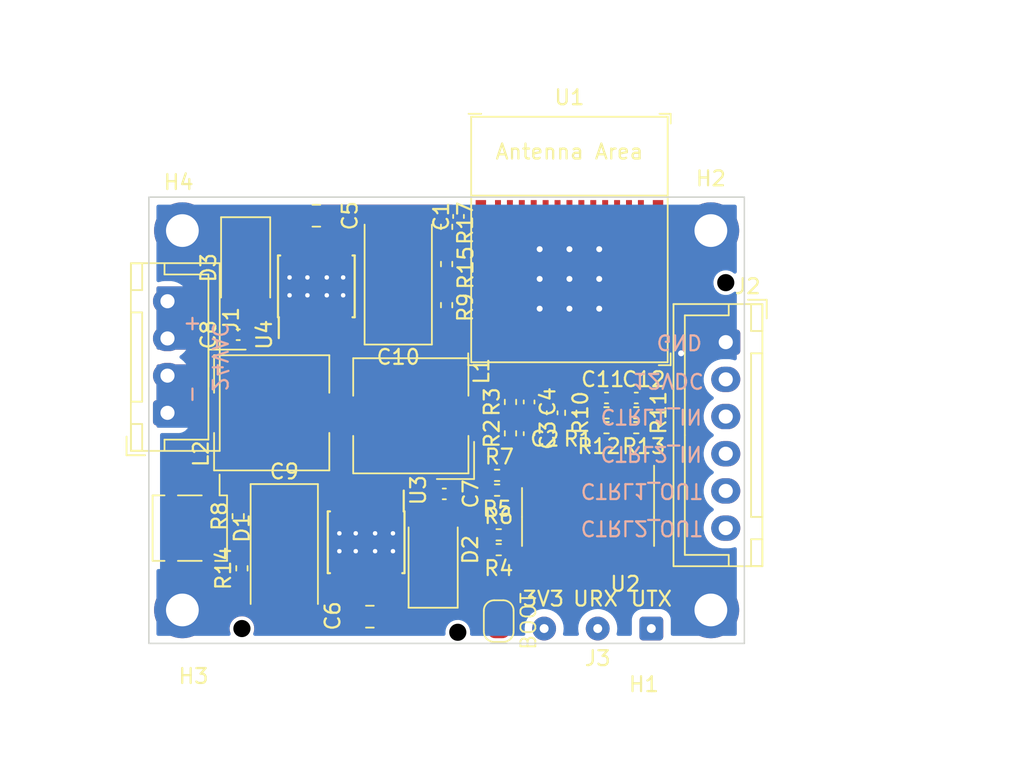
<source format=kicad_pcb>
(kicad_pcb (version 20211014) (generator pcbnew)
  (layers (0 "F.Cu" signal) (31 "B.Cu" signal) (34 "B.Paste" user) (35 "F.Paste" user) (36 "B.SilkS" user "B.Silkscreen") (37 "F.SilkS" user "F.Silkscreen") (38 "B.Mask" user) (39 "F.Mask" user) (44 "Edge.Cuts" user))
  (net 0 "")
  (net 1 "+3V3")
  (net 2 "+12V")
  (net 3 "GND")
  (net 4 "Net-(C8-Pad1)")
  (net 5 "Net-(C3-Pad1)")
  (net 6 "/ADC1")
  (net 7 "/ADC2")
  (net 8 "Net-(C4-Pad1)")
  (net 9 "Net-(C7-Pad1)")
  (net 10 "-24VA")
  (net 11 "/PH12")
  (net 15 "+24VA")
  (net 16 "/PWM1")
  (net 17 "/PWM2")
  (net 18 "/PH33")
  (net 19 "/UART_TX")
  (net 20 "/UART_RX")
  (net 21 "Net-(C2-Pad1)")
  (net 22 "Net-(JP1-Pad1)")
  (net 23 "/CTRL1_OUT")
  (net 24 "Net-(R4-Pad1)")
  (net 25 "/CTRL2_OUT")
  (net 26 "/CTRL2_IN")
  (net 27 "/CTRL1_IN")
  (net 28 "Net-(R5-Pad1)")
  (net 29 "Net-(R14-Pad2)")
  (net 30 "Net-(R15-Pad2)")
  (net 31 "Net-(R10-Pad1)")
  (net 32 "Net-(R11-Pad1)")
  (net 34 "Net-(R15-Pad1)")
  (net 59 "Net-(C5-Pad1)")
  (footprint "Capacitor_SMD:C_0402_1005Metric" (layer "F.Cu") (at 113.8 87.8 90)
    (fp_text reference "C1" (at 0 -1.16 90) (layer "F.SilkS"))
    (fp_text value "0.01uF/16V")
    (pad "1" smd roundrect (at -0.48 0 90) (size 0.56 0.62) (layers "F.Cu" "F.Paste" "F.Mask") (net 1 "+3V3"))
    (pad "2" smd roundrect (at 0.48 0 90) (size 0.56 0.62) (layers "F.Cu" "F.Paste" "F.Mask") (net 3 "GND"))
  )
  (footprint "Resistor_SMD:R_0402_1005Metric" (layer "F.Cu") (at 116.5 110.2 180)
    (fp_text reference "R4" (at 0 -1.25) (layer "F.SilkS"))
    (fp_text value "33k")
    (pad "1" smd roundrect (at -0.51 0 180) (size 0.54 0.64) (layers "F.Cu" "F.Paste" "F.Mask") (net 24 "Net-(R4-Pad1)"))
    (pad "2" smd roundrect (at 0.51 0 180) (size 0.54 0.64) (layers "F.Cu" "F.Paste" "F.Mask") (net 3 "GND"))
  )
  (footprint "Capacitor_SMD:C_0402_1005Metric" (layer "F.Cu") (at 120.09 101 -90)
    (fp_text reference "C2" (at 1.75 0.5) (layer "F.SilkS"))
    (fp_text value "1uF/5V")
    (pad "1" smd roundrect (at -0.48 0 270) (size 0.56 0.62) (layers "F.Cu" "F.Paste" "F.Mask") (net 21 "Net-(C2-Pad1)"))
    (pad "2" smd roundrect (at 0.48 0 270) (size 0.56 0.62) (layers "F.Cu" "F.Paste" "F.Mask") (net 3 "GND"))
  )
  (footprint "Jumper:SolderJumper-2_P1.3mm_Open_RoundedPad1.0x1.5mm" (layer "F.Cu") (at 116.5 115 90)
    (fp_text reference "JP1")
    (fp_text value "BOOT" (at 0 2 90) (layer "F.SilkS") (effects (font (thickness 0.125))))
    (pad "1" smd custom (at -0.65 0 90) (size 1 0.5) (layers "F.Cu" "F.Mask") (net 22 "Net-(JP1-Pad1)") (options (clearance outline) (anchor rect)) (primitives (gr_circle (center 0 0.25) (end 0.5 0.25) (width 0) (fill yes)) (gr_circle (center 0 -0.25) (end 0.5 -0.25) (width 0) (fill yes)) (gr_poly (pts (xy 0.5 0.75) (xy 0 0.75) (xy 0 -0.75) (xy 0.5 -0.75)) (width 0) (fill yes))))
    (pad "2" smd custom (at 0.65 0 90) (size 1 0.5) (layers "F.Cu" "F.Mask") (net 3 "GND") (options (clearance outline) (anchor rect)) (primitives (gr_circle (center 0 0.25) (end 0.5 0.25) (width 0) (fill yes)) (gr_circle (center 0 -0.25) (end 0.5 -0.25) (width 0) (fill yes)) (gr_poly (pts (xy 0 0.75) (xy -0.5 0.75) (xy -0.5 -0.75) (xy 0 -0.75)) (width 0) (fill yes))))
  )
  (footprint "Diode_SMD:D_SMA" (layer "F.Cu") (at 99.5 91.25 -90)
    (fp_text reference "D3" (at 0 2.5 90) (layer "F.SilkS"))
    (fp_text value "SS34")
    (pad "1" smd rect (at -2 0 270) (size 2.5 1.8) (layers "F.Cu" "F.Paste" "F.Mask") (net 18 "/PH33"))
    (pad "2" smd rect (at 2 0 270) (size 2.5 1.8) (layers "F.Cu" "F.Paste" "F.Mask") (net 3 "GND"))
  )
  (footprint "Capacitor_Tantalum_SMD:CP_EIA-7343-31_Kemet-D" (layer "F.Cu") (at 109.75 92 90)
    (fp_text reference "C10" (at -5.25 0) (layer "F.SilkS"))
    (fp_text value "470uF/6.3V")
    (pad "1" smd roundrect (at -3.1125 0 90) (size 2.075 2.55) (layers "F.Cu" "F.Paste" "F.Mask") (roundrect_rratio 0.120482) (net 1 "+3V3"))
    (pad "2" smd roundrect (at 3.1125 0 90) (size 2.075 2.55) (layers "F.Cu" "F.Paste" "F.Mask") (roundrect_rratio 0.120482) (net 3 "GND"))
  )
  (footprint "Package_SO:SOIC-14_3.9x8.7mm_P1.27mm" (layer "F.Cu") (at 122.5 108 -90)
    (fp_text reference "U2" (at 4.5 -2.5 180) (layer "F.SilkS"))
    (fp_text value "LM324DT")
    (pad "1" smd roundrect (at -2.475 -3.81 270) (size 1.95 0.6) (layers "F.Cu" "F.Paste" "F.Mask") (net 23 "/CTRL1_OUT"))
    (pad "2" smd roundrect (at -2.475 -2.54 270) (size 1.95 0.6) (layers "F.Cu" "F.Paste" "F.Mask") (net 24 "Net-(R4-Pad1)"))
    (pad "3" smd roundrect (at -2.475 -1.27 270) (size 1.95 0.6) (layers "F.Cu" "F.Paste" "F.Mask") (net 5 "Net-(C3-Pad1)"))
    (pad "4" smd roundrect (at -2.475 0 270) (size 1.95 0.6) (layers "F.Cu" "F.Paste" "F.Mask") (net 2 "+12V"))
    (pad "5" smd roundrect (at -2.475 1.27 270) (size 1.95 0.6) (layers "F.Cu" "F.Paste" "F.Mask") (net 8 "Net-(C4-Pad1)"))
    (pad "6" smd roundrect (at -2.475 2.54 270) (size 1.95 0.6) (layers "F.Cu" "F.Paste" "F.Mask") (net 28 "Net-(R5-Pad1)"))
    (pad "7" smd roundrect (at -2.475 3.81 270) (size 1.95 0.6) (layers "F.Cu" "F.Paste" "F.Mask") (net 25 "/CTRL2_OUT"))
    (pad "8" smd roundrect (at 2.475 3.81 270) (size 1.95 0.6) (layers "F.Cu" "F.Paste" "F.Mask") (net 31 "Net-(R10-Pad1)"))
    (pad "9" smd roundrect (at 2.475 2.54 270) (size 1.95 0.6) (layers "F.Cu" "F.Paste" "F.Mask") (net 31 "Net-(R10-Pad1)"))
    (pad "10" smd roundrect (at 2.475 1.27 270) (size 1.95 0.6) (layers "F.Cu" "F.Paste" "F.Mask") (net 27 "/CTRL1_IN"))
    (pad "11" smd roundrect (at 2.475 0 270) (size 1.95 0.6) (layers "F.Cu" "F.Paste" "F.Mask") (net 3 "GND"))
    (pad "12" smd roundrect (at 2.475 -1.27 270) (size 1.95 0.6) (layers "F.Cu" "F.Paste" "F.Mask") (net 26 "/CTRL2_IN"))
    (pad "13" smd roundrect (at 2.475 -2.54 270) (size 1.95 0.6) (layers "F.Cu" "F.Paste" "F.Mask") (net 32 "Net-(R11-Pad1)"))
    (pad "14" smd roundrect (at 2.475 -3.81 270) (size 1.95 0.6) (layers "F.Cu" "F.Paste" "F.Mask") (net 32 "Net-(R11-Pad1)"))
  )
  (footprint "Capacitor_SMD:C_0402_1005Metric" (layer "F.Cu") (at 118.54 100.27 90)
    (fp_text reference "C4" (at 0.02 1.25 90) (layer "F.SilkS"))
    (fp_text value "1uF/5V")
    (pad "1" smd roundrect (at -0.48 0 90) (size 0.56 0.62) (layers "F.Cu" "F.Paste" "F.Mask") (net 8 "Net-(C4-Pad1)"))
    (pad "2" smd roundrect (at 0.48 0 90) (size 0.56 0.62) (layers "F.Cu" "F.Paste" "F.Mask") (net 3 "GND"))
  )
  (footprint "inductors:L_SXN_SMRH74-220MT" (layer "F.Cu") (at 110.595 101.2 180)
    (fp_text reference "L1" (at -4.75 3 90) (layer "F.SilkS"))
    (fp_text value "22uH")
    (pad "1" smd roundrect (at -3.2 0 180) (size 1.6 2.2) (layers "F.Cu" "F.Paste" "F.Mask") (net 11 "/PH12"))
    (pad "2" smd roundrect (at 3.2 0 180) (size 1.6 2.2) (layers "F.Cu" "F.Paste" "F.Mask") (net 2 "+12V"))
  )
  (footprint "MountingHole:MountingHole_2.2mm_M2_DIN965_Pad" (layer "F.Cu") (at 95.25 114.25)
    (fp_text reference "H3" (at 0.75 4.45) (layer "F.SilkS"))
    (fp_text value "Hole")
    (pad "1" thru_hole circle (at 0 0) (size 3.8 3.8) (drill 2.2) (layers *.Cu *.Mask) (net 3 "GND"))
  )
  (footprint "kelvie:ToolingHole_1.152mm" (layer "F.Cu") (at 131.75 92.25 180)
    (fp_text reference "H6")
    (fp_text value "ToolingHole")
    (pad "" np_thru_hole circle (at 0 0 180) (size 1.152 1.152) (drill 1.152) (layers *.Mask) (clearance 0.148))
  )
  (footprint "Resistor_SMD:R_0402_1005Metric" (layer "F.Cu") (at 117.29 102.38 90)
    (fp_text reference "R2" (at -0.02 -1.25 90) (layer "F.SilkS"))
    (fp_text value "1.1k")
    (pad "1" smd roundrect (at -0.51 0 90) (size 0.54 0.64) (layers "F.Cu" "F.Paste" "F.Mask") (net 5 "Net-(C3-Pad1)"))
    (pad "2" smd roundrect (at 0.51 0 90) (size 0.54 0.64) (layers "F.Cu" "F.Paste" "F.Mask") (net 16 "/PWM1"))
  )
  (footprint "Connector_JST:JST_XH_B4B-XH-A_1x04_P2.50mm_Vertical" (layer "F.Cu") (at 94.25 101 90)
    (fp_text reference "J1" (at 6.25 4.275 90) (layer "F.SilkS"))
    (fp_text value "VAC IN")
    (pad "1" thru_hole roundrect (at 0 0 90) (size 1.7 1.95) (drill 0.95) (layers *.Cu *.Mask) (roundrect_rratio 0.147059) (net 10 "-24VA"))
    (pad "2" thru_hole oval (at 2.5 0 90) (size 1.7 1.95) (drill 0.95) (layers *.Cu *.Mask) (net 10 "-24VA"))
    (pad "3" thru_hole oval (at 5 0 90) (size 1.7 1.95) (drill 0.95) (layers *.Cu *.Mask) (net 15 "+24VA"))
    (pad "4" thru_hole oval (at 7.5 0 90) (size 1.7 1.95) (drill 0.95) (layers *.Cu *.Mask) (net 15 "+24VA"))
  )
  (footprint "Resistor_SMD:R_0402_1005Metric" (layer "F.Cu") (at 125.74 102 180)
    (fp_text reference "R11" (at -1.5 1 90) (layer "F.SilkS"))
    (fp_text value "18k")
    (pad "1" smd roundrect (at -0.51 0 180) (size 0.54 0.64) (layers "F.Cu" "F.Paste" "F.Mask") (net 32 "Net-(R11-Pad1)"))
    (pad "2" smd roundrect (at 0.51 0 180) (size 0.54 0.64) (layers "F.Cu" "F.Paste" "F.Mask") (net 7 "/ADC2"))
  )
  (footprint "Connector_Wire:SolderWire-0.1sqmm_1x03_P3.6mm_D0.4mm_OD1mm" (layer "F.Cu") (at 126.75 115.5 180)
    (fp_text reference "J3" (at 3.6 -2 180) (layer "F.SilkS"))
    (fp_text value "UART")
    (pad "1" thru_hole roundrect (at 0 0 180) (size 1.6 1.6) (drill 0.6) (layers *.Cu *.Mask) (roundrect_rratio 0.15625) (net 19 "/UART_TX"))
    (pad "2" thru_hole circle (at 3.6 0 180) (size 1.6 1.6) (drill 0.6) (layers *.Cu *.Mask) (net 20 "/UART_RX"))
    (pad "3" thru_hole circle (at 7.2 0 180) (size 1.6 1.6) (drill 0.6) (layers *.Cu *.Mask) (net 1 "+3V3"))
  )
  (footprint "MountingHole:MountingHole_2.2mm_M2_DIN965_Pad" (layer "F.Cu") (at 130.75 114.25)
    (fp_text reference "H1" (at -4.5 5) (layer "F.SilkS"))
    (fp_text value "Hole")
    (pad "1" thru_hole circle (at 0 0) (size 3.8 3.8) (drill 2.2) (layers *.Cu *.Mask) (net 3 "GND"))
  )
  (footprint "inductors:L_SXN_SMRH74-220MT" (layer "F.Cu") (at 101.25 101)
    (fp_text reference "L2" (at -4.75 2.75 90) (layer "F.SilkS"))
    (fp_text value "22uH")
    (pad "1" smd roundrect (at -3.2 0) (size 1.6 2.2) (layers "F.Cu" "F.Paste" "F.Mask") (net 18 "/PH33"))
    (pad "2" smd roundrect (at 3.2 0) (size 1.6 2.2) (layers "F.Cu" "F.Paste" "F.Mask") (net 1 "+3V3"))
  )
  (footprint "Resistor_SMD:R_0402_1005Metric" (layer "F.Cu") (at 113 91 -90)
    (fp_text reference "R15" (at 0.25 -1.275 90) (layer "F.SilkS"))
    (fp_text value "5.6k")
    (pad "1" smd roundrect (at -0.51 0 270) (size 0.54 0.64) (layers "F.Cu" "F.Paste" "F.Mask") (net 34 "Net-(R15-Pad1)"))
    (pad "2" smd roundrect (at 0.51 0 270) (size 0.54 0.64) (layers "F.Cu" "F.Paste" "F.Mask") (net 30 "Net-(R15-Pad2)"))
  )
  (footprint "kelvie:ToolingHole_1.152mm" (layer "F.Cu") (at 113.75 115.75 180)
    (fp_text reference "H7")
    (fp_text value "ToolingHole")
    (pad "" np_thru_hole circle (at 0 0 180) (size 1.152 1.152) (drill 1.152) (layers *.Mask) (clearance 0.148))
  )
  (footprint "Espressif:ESP32-C3-MINI-1" (layer "F.Cu") (at 121.25 92)
    (fp_text reference "U1" (at 0 -12.2) (layer "F.SilkS"))
    (fp_text value "ESP32-C3-MINI-1")
    (fp_text user "Antenna Area" (at 0 -8.55) (layer "F.SilkS"))
    (pad "1" smd rect (at -5.9 -4 90) (size 0.4 0.8) (layers "F.Cu" "F.Paste" "F.Mask") (net 3 "GND"))
    (pad "2" smd rect (at -5.9 -3.2 90) (size 0.4 0.8) (layers "F.Cu" "F.Paste" "F.Mask") (net 3 "GND"))
    (pad "3" smd rect (at -5.9 -2.4 90) (size 0.4 0.8) (layers "F.Cu" "F.Paste" "F.Mask") (net 1 "+3V3"))
    (pad "4" smd rect (at -5.9 -1.6 90) (size 0.4 0.8) (layers "F.Cu" "F.Paste" "F.Mask"))
    (pad "5" smd rect (at -5.9 -0.8 90) (size 0.4 0.8) (layers "F.Cu" "F.Paste" "F.Mask") (net 16 "/PWM1"))
    (pad "6" smd rect (at -5.9 0 90) (size 0.4 0.8) (layers "F.Cu" "F.Paste" "F.Mask") (net 17 "/PWM2"))
    (pad "7" smd rect (at -5.9 0.8 90) (size 0.4 0.8) (layers "F.Cu" "F.Paste" "F.Mask"))
    (pad "8" smd rect (at -5.9 1.6 90) (size 0.4 0.8) (layers "F.Cu" "F.Paste" "F.Mask") (net 21 "Net-(C2-Pad1)"))
    (pad "9" smd rect (at -5.9 2.4 90) (size 0.4 0.8) (layers "F.Cu" "F.Paste" "F.Mask"))
    (pad "10" smd rect (at -5.9 3.2 90) (size 0.4 0.8) (layers "F.Cu" "F.Paste" "F.Mask"))
    (pad "11" smd rect (at -5.9 4 90) (size 0.4 0.8) (layers "F.Cu" "F.Paste" "F.Mask") (net 3 "GND"))
    (pad "12" smd rect (at -4.8 4.9) (size 0.4 0.8) (layers "F.Cu" "F.Paste" "F.Mask") (net 6 "/ADC1"))
    (pad "13" smd rect (at -4 4.9) (size 0.4 0.8) (layers "F.Cu" "F.Paste" "F.Mask") (net 7 "/ADC2"))
    (pad "14" smd rect (at -3.2 4.9) (size 0.4 0.8) (layers "F.Cu" "F.Paste" "F.Mask") (net 3 "GND"))
    (pad "15" smd rect (at -2.4 4.9) (size 0.4 0.8) (layers "F.Cu" "F.Paste" "F.Mask"))
    (pad "16" smd rect (at -1.6 4.9) (size 0.4 0.8) (layers "F.Cu" "F.Paste" "F.Mask"))
    (pad "17" smd rect (at -0.8 4.9) (size 0.4 0.8) (layers "F.Cu" "F.Paste" "F.Mask"))
    (pad "18" smd rect (at 0 4.9) (size 0.4 0.8) (layers "F.Cu" "F.Paste" "F.Mask"))
    (pad "19" smd rect (at 0.8 4.9) (size 0.4 0.8) (layers "F.Cu" "F.Paste" "F.Mask"))
    (pad "20" smd rect (at 1.6 4.9) (size 0.4 0.8) (layers "F.Cu" "F.Paste" "F.Mask"))
    (pad "21" smd rect (at 2.4 4.9) (size 0.4 0.8) (layers "F.Cu" "F.Paste" "F.Mask"))
    (pad "22" smd rect (at 3.2 4.9) (size 0.4 0.8) (layers "F.Cu" "F.Paste" "F.Mask"))
    (pad "23" smd rect (at 4 4.9) (size 0.4 0.8) (layers "F.Cu" "F.Paste" "F.Mask") (net 22 "Net-(JP1-Pad1)"))
    (pad "24" smd rect (at 4.8 4.9) (size 0.4 0.8) (layers "F.Cu" "F.Paste" "F.Mask"))
    (pad "25" smd rect (at 5.9 4 90) (size 0.4 0.8) (layers "F.Cu" "F.Paste" "F.Mask"))
    (pad "26" smd rect (at 5.9 3.2 90) (size 0.4 0.8) (layers "F.Cu" "F.Paste" "F.Mask"))
    (pad "27" smd rect (at 5.9 2.4 90) (size 0.4 0.8) (layers "F.Cu" "F.Paste" "F.Mask"))
    (pad "28" smd rect (at 5.9 1.6 90) (size 0.4 0.8) (layers "F.Cu" "F.Paste" "F.Mask"))
    (pad "29" smd rect (at 5.9 0.8 90) (size 0.4 0.8) (layers "F.Cu" "F.Paste" "F.Mask"))
    (pad "30" smd rect (at 5.9 0 90) (size 0.4 0.8) (layers "F.Cu" "F.Paste" "F.Mask") (net 20 "/UART_RX"))
    (pad "31" smd rect (at 5.9 -0.8 90) (size 0.4 0.8) (layers "F.Cu" "F.Paste" "F.Mask") (net 19 "/UART_TX"))
    (pad "32" smd rect (at 5.9 -1.6 90) (size 0.4 0.8) (layers "F.Cu" "F.Paste" "F.Mask"))
    (pad "33" smd rect (at 5.9 -2.4 90) (size 0.4 0.8) (layers "F.Cu" "F.Paste" "F.Mask"))
    (pad "34" smd rect (at 5.9 -3.2 90) (size 0.4 0.8) (layers "F.Cu" "F.Paste" "F.Mask"))
    (pad "35" smd rect (at 5.9 -4 90) (size 0.4 0.8) (layers "F.Cu" "F.Paste" "F.Mask"))
    (pad "36" smd rect (at 5.95 -4.95 90) (size 0.7 0.7) (layers "F.Cu" "F.Paste" "F.Mask") (net 3 "GND"))
    (pad "36" smd rect (at -0.8 -4.9) (size 0.4 0.8) (layers "F.Cu" "F.Paste" "F.Mask") (net 3 "GND"))
    (pad "36" smd rect (at 1.975 -1.975 90) (size 1.45 1.45) (layers "F.Cu" "F.Paste" "F.Mask") (net 3 "GND"))
    (pad "36" smd rect (at 3.2 -4.9) (size 0.4 0.8) (layers "F.Cu" "F.Paste" "F.Mask") (net 3 "GND"))
    (pad "36" smd rect (at -1.975 0 90) (size 1.45 1.45) (layers "F.Cu" "F.Paste" "F.Mask") (net 3 "GND"))
    (pad "36" smd rect (at -4.8 -4.9) (size 0.4 0.8) (layers "F.Cu" "F.Paste" "F.Mask") (net 3 "GND"))
    (pad "36" smd rect (at 2.4 -4.9) (size 0.4 0.8) (layers "F.Cu" "F.Paste" "F.Mask") (net 3 "GND"))
    (pad "36" smd rect (at 0 0 90) (size 1.45 1.45) (layers "F.Cu" "F.Paste" "F.Mask") (net 3 "GND"))
    (pad "36" smd rect (at 1.975 0 90) (size 1.45 1.45) (layers "F.Cu" "F.Paste" "F.Mask") (net 3 "GND"))
    (pad "36" smd custom (at -1.975 -1.975) (size 0.8 0.8) (layers "F.Cu" "F.Paste" "F.Mask") (net 3 "GND") (options (clearance outline) (anchor rect)) (primitives (gr_poly (pts (xy 0.725 0.725) (xy -0.725 0.725) (xy -0.725 -0.125) (xy -0.125 -0.725) (xy 0.725 -0.725)) (width 0) (fill yes))))
    (pad "36" smd rect (at 0 1.975 90) (size 1.45 1.45) (layers "F.Cu" "F.Paste" "F.Mask") (net 3 "GND"))
    (pad "36" smd rect (at 1.975 1.975 90) (size 1.45 1.45) (layers "F.Cu" "F.Paste" "F.Mask") (net 3 "GND"))
    (pad "36" smd rect (at 5.95 4.95 90) (size 0.7 0.7) (layers "F.Cu" "F.Paste" "F.Mask") (net 3 "GND"))
    (pad "36" smd rect (at -1.975 1.975 90) (size 1.45 1.45) (layers "F.Cu" "F.Paste" "F.Mask") (net 3 "GND"))
    (pad "36" smd rect (at 4 -4.9) (size 0.4 0.8) (layers "F.Cu" "F.Paste" "F.Mask") (net 3 "GND"))
    (pad "36" smd rect (at -5.95 4.95 90) (size 0.7 0.7) (layers "F.Cu" "F.Paste" "F.Mask") (net 3 "GND"))
    (pad "36" smd rect (at 0 -4.9) (size 0.4 0.8) (layers "F.Cu" "F.Paste" "F.Mask") (net 3 "GND"))
    (pad "36" smd rect (at 0 -1.975 90) (size 1.45 1.45) (layers "F.Cu" "F.Paste" "F.Mask") (net 3 "GND"))
    (pad "36" smd rect (at -4 -4.9) (size 0.4 0.8) (layers "F.Cu" "F.Paste" "F.Mask") (net 3 "GND"))
    (pad "36" smd rect (at -1.6 -4.9) (size 0.4 0.8) (layers "F.Cu" "F.Paste" "F.Mask") (net 3 "GND"))
    (pad "36" smd rect (at 0.8 -4.9) (size 0.4 0.8) (layers "F.Cu" "F.Paste" "F.Mask") (net 3 "GND"))
    (pad "36" smd rect (at -3.2 -4.9) (size 0.4 0.8) (layers "F.Cu" "F.Paste" "F.Mask") (net 3 "GND"))
    (pad "36" smd rect (at -5.95 -4.95 90) (size 0.7 0.7) (layers "F.Cu" "F.Paste" "F.Mask") (net 3 "GND"))
    (pad "36" smd rect (at -2.4 -4.9) (size 0.4 0.8) (layers "F.Cu" "F.Paste" "F.Mask") (net 3 "GND"))
    (pad "36" smd rect (at 4.8 -4.9) (size 0.4 0.8) (layers "F.Cu" "F.Paste" "F.Mask") (net 3 "GND"))
    (pad "36" smd rect (at 1.6 -4.9) (size 0.4 0.8) (layers "F.Cu" "F.Paste" "F.Mask") (net 3 "GND"))
  )
  (footprint "Resistor_SMD:R_0402_1005Metric" (layer "F.Cu") (at 117.29 100.27 90)
    (fp_text reference "R3" (at 0 -1.25 90) (layer "F.SilkS"))
    (fp_text value "1.1k")
    (pad "1" smd roundrect (at -0.51 0 90) (size 0.54 0.64) (layers "F.Cu" "F.Paste" "F.Mask") (net 8 "Net-(C4-Pad1)"))
    (pad "2" smd roundrect (at 0.51 0 90) (size 0.54 0.64) (layers "F.Cu" "F.Paste" "F.Mask") (net 17 "/PWM2"))
  )
  (footprint "Resistor_SMD:R_0402_1005Metric" (layer "F.Cu") (at 121.34 101 90)
    (fp_text reference "R1" (at -1.75 0.5) (layer "F.SilkS"))
    (fp_text value "10k")
    (pad "1" smd roundrect (at -0.51 0 90) (size 0.54 0.64) (layers "F.Cu" "F.Paste" "F.Mask") (net 1 "+3V3"))
    (pad "2" smd roundrect (at 0.51 0 90) (size 0.54 0.64) (layers "F.Cu" "F.Paste" "F.Mask") (net 21 "Net-(C2-Pad1)"))
  )
  (footprint "Resistor_SMD:R_0402_1005Metric" (layer "F.Cu") (at 113 88.5 -90)
    (fp_text reference "R17" (at -0.25 -1.25 90) (layer "F.SilkS"))
    (fp_text value "270")
    (pad "1" smd roundrect (at -0.51 0 270) (size 0.54 0.64) (layers "F.Cu" "F.Paste" "F.Mask") (net 3 "GND"))
    (pad "2" smd roundrect (at 0.51 0 270) (size 0.54 0.64) (layers "F.Cu" "F.Paste" "F.Mask") (net 34 "Net-(R15-Pad1)"))
  )
  (footprint "Resistor_SMD:R_0402_1005Metric" (layer "F.Cu") (at 113 93.76 90)
    (fp_text reference "R9" (at -0.153641 1.25 90) (layer "F.SilkS"))
    (fp_text value "10k")
    (pad "1" smd roundrect (at -0.51 0 90) (size 0.54 0.64) (layers "F.Cu" "F.Paste" "F.Mask") (net 1 "+3V3"))
    (pad "2" smd roundrect (at 0.51 0 90) (size 0.54 0.64) (layers "F.Cu" "F.Paste" "F.Mask") (net 30 "Net-(R15-Pad2)"))
  )
  (footprint "Capacitor_SMD:C_0805_2012Metric" (layer "F.Cu") (at 107.845 114.7 180)
    (fp_text reference "C6" (at 2.5 0.05 90) (layer "F.SilkS"))
    (fp_text value "10uF/50V")
    (pad "1" smd roundrect (at -0.95 0 180) (size 1 1.45) (layers "F.Cu" "F.Paste" "F.Mask") (net 59 "Net-(C5-Pad1)"))
    (pad "2" smd roundrect (at 0.95 0 180) (size 1 1.45) (layers "F.Cu" "F.Paste" "F.Mask") (net 3 "GND"))
  )
  (footprint "Capacitor_SMD:C_0402_1005Metric" (layer "F.Cu") (at 118.54 102.4 -90)
    (fp_text reference "C3" (at 0.107836 -1.25 90) (layer "F.SilkS"))
    (fp_text value "1uF/5V")
    (pad "1" smd roundrect (at -0.48 0 270) (size 0.56 0.62) (layers "F.Cu" "F.Paste" "F.Mask") (net 5 "Net-(C3-Pad1)"))
    (pad "2" smd roundrect (at 0.48 0 270) (size 0.56 0.62) (layers "F.Cu" "F.Paste" "F.Mask") (net 3 "GND"))
  )
  (footprint "Capacitor_SMD:C_0402_1005Metric" (layer "F.Cu") (at 125.74 100 180)
    (fp_text reference "C12" (at -0.5 1.25) (layer "F.SilkS"))
    (fp_text value "0.1uF/16V")
    (pad "1" smd roundrect (at -0.48 0 180) (size 0.56 0.62) (layers "F.Cu" "F.Paste" "F.Mask") (net 3 "GND"))
    (pad "2" smd roundrect (at 0.48 0 180) (size 0.56 0.62) (layers "F.Cu" "F.Paste" "F.Mask") (net 7 "/ADC2"))
  )
  (footprint "Capacitor_SMD:C_0402_1005Metric" (layer "F.Cu") (at 99 95.75 180)
    (fp_text reference "C8" (at 2 0 90) (layer "F.SilkS"))
    (fp_text value "0.01uF")
    (pad "1" smd roundrect (at -0.48 0 180) (size 0.56 0.62) (layers "F.Cu" "F.Paste" "F.Mask") (net 4 "Net-(C8-Pad1)"))
    (pad "2" smd roundrect (at 0.48 0 180) (size 0.56 0.62) (layers "F.Cu" "F.Paste" "F.Mask") (net 18 "/PH33"))
  )
  (footprint "Capacitor_SMD:C_0402_1005Metric" (layer "F.Cu") (at 123.74 100)
    (fp_text reference "C11" (at -0.25 -1.25) (layer "F.SilkS"))
    (fp_text value "0.1uF/16V")
    (pad "1" smd roundrect (at -0.48 0) (size 0.56 0.62) (layers "F.Cu" "F.Paste" "F.Mask") (net 3 "GND"))
    (pad "2" smd roundrect (at 0.48 0) (size 0.56 0.62) (layers "F.Cu" "F.Paste" "F.Mask") (net 6 "/ADC1"))
  )
  (footprint "Connector_JST:JST_XH_B6B-XH-A_1x06_P2.50mm_Vertical" (layer "F.Cu") (at 131.75 96.25 -90)
    (fp_text reference "J2" (at -3.75 -1.475) (layer "F.SilkS"))
    (fp_text value "Conn_01x06")
    (pad "1" thru_hole roundrect (at 0 0 270) (size 1.7 1.95) (drill 0.95) (layers *.Cu *.Mask) (roundrect_rratio 0.147059) (net 3 "GND"))
    (pad "2" thru_hole oval (at 2.5 0 270) (size 1.7 1.95) (drill 0.95) (layers *.Cu *.Mask) (net 2 "+12V"))
    (pad "3" thru_hole oval (at 5 0 270) (size 1.7 1.95) (drill 0.95) (layers *.Cu *.Mask) (net 27 "/CTRL1_IN"))
    (pad "4" thru_hole oval (at 7.5 0 270) (size 1.7 1.95) (drill 0.95) (layers *.Cu *.Mask) (net 26 "/CTRL2_IN"))
    (pad "5" thru_hole oval (at 10 0 270) (size 1.7 1.95) (drill 0.95) (layers *.Cu *.Mask) (net 23 "/CTRL1_OUT"))
    (pad "6" thru_hole oval (at 12.5 0 270) (size 1.7 1.95) (drill 0.95) (layers *.Cu *.Mask) (net 25 "/CTRL2_OUT"))
  )
  (footprint "Package_SO:TI_SO-PowerPAD-8_ThermalVias" (layer "F.Cu") (at 107.595 109.7 -90)
    (fp_text reference "U3" (at -3.5 -3.5 90) (layer "F.SilkS"))
    (fp_text value "TPS5430DDA")
    (pad "1" smd rect (at -2.7 -1.905 270) (size 1.55 0.6) (layers "F.Cu" "F.Paste" "F.Mask") (net 9 "Net-(C7-Pad1)"))
    (pad "2" smd rect (at -2.7 -0.635 270) (size 1.55 0.6) (layers "F.Cu" "F.Paste" "F.Mask"))
    (pad "3" smd rect (at -2.7 0.635 270) (size 1.55 0.6) (layers "F.Cu" "F.Paste" "F.Mask"))
    (pad "4" smd rect (at -2.7 1.905 270) (size 1.55 0.6) (layers "F.Cu" "F.Paste" "F.Mask") (net 29 "Net-(R14-Pad2)"))
    (pad "5" smd rect (at 2.7 1.905 270) (size 1.55 0.6) (layers "F.Cu" "F.Paste" "F.Mask"))
    (pad "6" smd rect (at 2.7 0.635 270) (size 1.55 0.6) (layers "F.Cu" "F.Paste" "F.Mask") (net 3 "GND"))
    (pad "7" smd rect (at 2.7 -0.635 270) (size 1.55 0.6) (layers "F.Cu" "F.Paste" "F.Mask") (net 59 "Net-(C5-Pad1)"))
    (pad "8" smd rect (at 2.7 -1.905 270) (size 1.55 0.6) (layers "F.Cu" "F.Paste" "F.Mask") (net 11 "/PH12"))
    (pad "9" thru_hole circle (at 0.6 -1.8 270) (size 0.6 0.6) (drill 0.3) (layers *.Cu) (net 3 "GND"))
    (pad "9" thru_hole circle (at -0.6 1.8 270) (size 0.6 0.6) (drill 0.3) (layers *.Cu) (net 3 "GND"))
    (pad "9" smd rect (at 0 0 270) (size 2.95 4.5) (layers "F.Cu") (net 3 "GND"))
    (pad "9" thru_hole circle (at -0.6 -0.6 270) (size 0.6 0.6) (drill 0.3) (layers *.Cu) (net 3 "GND"))
    (pad "9" thru_hole circle (at 0.6 -0.6 270) (size 0.6 0.6) (drill 0.3) (layers *.Cu) (net 3 "GND"))
    (pad "9" smd rect (at 0 0 270) (size 2.6 3.1) (layers "F.Cu" "F.Paste" "F.Mask") (net 3 "GND"))
    (pad "9" thru_hole circle (at 0.6 0.7 270) (size 0.6 0.6) (drill 0.3) (layers *.Cu) (net 3 "GND"))
    (pad "9" smd rect (at 0 0 270) (size 2.95 4.5) (layers "B.Cu") (net 3 "GND"))
    (pad "9" thru_hole circle (at -0.6 0.7 270) (size 0.6 0.6) (drill 0.3) (layers *.Cu) (net 3 "GND"))
    (pad "9" thru_hole circle (at -0.6 -1.8 270) (size 0.6 0.6) (drill 0.3) (layers *.Cu) (net 3 "GND"))
    (pad "9" thru_hole circle (at 0.6 1.8 270) (size 0.6 0.6) (drill 0.3) (layers *.Cu) (net 3 "GND"))
  )
  (footprint "Resistor_SMD:R_0402_1005Metric" (layer "F.Cu") (at 116.5 109.2 180)
    (fp_text reference "R6" (at 0 1.25) (layer "F.SilkS"))
    (fp_text value "68k")
    (pad "1" smd roundrect (at -0.51 0 180) (size 0.54 0.64) (layers "F.Cu" "F.Paste" "F.Mask") (net 24 "Net-(R4-Pad1)"))
    (pad "2" smd roundrect (at 0.51 0 180) (size 0.54 0.64) (layers "F.Cu" "F.Paste" "F.Mask") (net 23 "/CTRL1_OUT"))
  )
  (footprint "Capacitor_Tantalum_SMD:CP_EIA-7343-31_Kemet-D" (layer "F.Cu") (at 102.095 110.2 -90)
    (fp_text reference "C9" (at -5.25 0) (layer "F.SilkS"))
    (fp_text value "100uF/16V")
    (pad "1" smd roundrect (at -3.1125 0 270) (size 2.075 2.55) (layers "F.Cu" "F.Paste" "F.Mask") (roundrect_rratio 0.120482) (net 2 "+12V"))
    (pad "2" smd roundrect (at 3.1125 0 270) (size 2.075 2.55) (layers "F.Cu" "F.Paste" "F.Mask") (roundrect_rratio 0.120482) (net 3 "GND"))
  )
  (footprint "Resistor_SMD:R_0402_1005Metric" (layer "F.Cu") (at 116.39 106.2)
    (fp_text reference "R5" (at 0 1.25) (layer "F.SilkS"))
    (fp_text value "33k")
    (pad "1" smd roundrect (at -0.51 0) (size 0.54 0.64) (layers "F.Cu" "F.Paste" "F.Mask") (net 28 "Net-(R5-Pad1)"))
    (pad "2" smd roundrect (at 0.51 0) (size 0.54 0.64) (layers "F.Cu" "F.Paste" "F.Mask") (net 3 "GND"))
  )
  (footprint "Resistor_SMD:R_0402_1005Metric" (layer "F.Cu") (at 116.39 105.2 180)
    (fp_text reference "R7" (at -0.153641 1.25) (layer "F.SilkS"))
    (fp_text value "68k")
    (pad "1" smd roundrect (at -0.51 0 180) (size 0.54 0.64) (layers "F.Cu" "F.Paste" "F.Mask") (net 28 "Net-(R5-Pad1)"))
    (pad "2" smd roundrect (at 0.51 0 180) (size 0.54 0.64) (layers "F.Cu" "F.Paste" "F.Mask") (net 25 "/CTRL2_OUT"))
  )
  (footprint "Resistor_SMD:R_0402_1005Metric" (layer "F.Cu") (at 99.25 111.45 90)
    (fp_text reference "R14" (at 0 -1.25 90) (layer "F.SilkS"))
    (fp_text value "1.1k")
    (pad "1" smd roundrect (at -0.51 0 90) (size 0.54 0.64) (layers "F.Cu" "F.Paste" "F.Mask") (net 3 "GND"))
    (pad "2" smd roundrect (at 0.51 0 90) (size 0.54 0.64) (layers "F.Cu" "F.Paste" "F.Mask") (net 29 "Net-(R14-Pad2)"))
  )
  (footprint "MountingHole:MountingHole_2.2mm_M2_DIN965_Pad" (layer "F.Cu") (at 130.75 88.75)
    (fp_text reference "H2" (at 0 -3.5) (layer "F.SilkS"))
    (fp_text value "Hole")
    (pad "1" thru_hole circle (at 0 0) (size 3.8 3.8) (drill 2.2) (layers *.Cu *.Mask) (net 3 "GND"))
  )
  (footprint "kelvie:ToolingHole_1.152mm" (layer "F.Cu") (at 99.25 115.5)
    (fp_text reference "H5")
    (fp_text value "ToolingHole")
    (pad "" np_thru_hole circle (at 0 0) (size 1.152 1.152) (drill 1.152) (layers *.Mask) (clearance 0.148))
  )
  (footprint "Resistor_SMD:R_0402_1005Metric" (layer "F.Cu") (at 123.74 102)
    (fp_text reference "R10" (at -1.75 -1 90) (layer "F.SilkS"))
    (fp_text value "18k")
    (pad "1" smd roundrect (at -0.51 0) (size 0.54 0.64) (layers "F.Cu" "F.Paste" "F.Mask") (net 31 "Net-(R10-Pad1)"))
    (pad "2" smd roundrect (at 0.51 0) (size 0.54 0.64) (layers "F.Cu" "F.Paste" "F.Mask") (net 6 "/ADC1"))
  )
  (footprint "MountingHole:MountingHole_2.2mm_M2_DIN965_Pad" (layer "F.Cu") (at 95.25 88.75)
    (fp_text reference "H4" (at -0.25 -3.25) (layer "F.SilkS"))
    (fp_text value "Hole")
    (pad "1" thru_hole circle (at 0 0) (size 3.8 3.8) (drill 2.2) (layers *.Cu *.Mask) (net 3 "GND"))
  )
  (footprint "Resistor_SMD:R_0402_1005Metric" (layer "F.Cu") (at 125.74 101)
    (fp_text reference "R13" (at 0.5 2.25) (layer "F.SilkS"))
    (fp_text value "2k")
    (pad "1" smd roundrect (at -0.51 0) (size 0.54 0.64) (layers "F.Cu" "F.Paste" "F.Mask") (net 7 "/ADC2"))
    (pad "2" smd roundrect (at 0.51 0) (size 0.54 0.64) (layers "F.Cu" "F.Paste" "F.Mask") (net 3 "GND"))
  )
  (footprint "Resistor_SMD:R_0402_1005Metric" (layer "F.Cu") (at 123.74 101 180)
    (fp_text reference "R12" (at 0.5 -2.25) (layer "F.SilkS"))
    (fp_text value "2k")
    (pad "1" smd roundrect (at -0.51 0 180) (size 0.54 0.64) (layers "F.Cu" "F.Paste" "F.Mask") (net 6 "/ADC1"))
    (pad "2" smd roundrect (at 0.51 0 180) (size 0.54 0.64) (layers "F.Cu" "F.Paste" "F.Mask") (net 3 "GND"))
  )
  (footprint "Capacitor_SMD:C_0805_2012Metric" (layer "F.Cu") (at 104.25 87.75)
    (fp_text reference "C5" (at 2.25 0 90) (layer "F.SilkS"))
    (fp_text value "10uF/50V")
    (pad "1" smd roundrect (at -0.95 0) (size 1 1.45) (layers "F.Cu" "F.Paste" "F.Mask") (net 59 "Net-(C5-Pad1)"))
    (pad "2" smd roundrect (at 0.95 0) (size 1 1.45) (layers "F.Cu" "F.Paste" "F.Mask") (net 3 "GND"))
  )
  (footprint "Package_SO:TI_SO-PowerPAD-8_ThermalVias" (layer "F.Cu") (at 104.25 92.5 90)
    (fp_text reference "U4" (at -3.25 -3.5 90) (layer "F.SilkS"))
    (fp_text value "TPS5430DDA")
    (pad "1" smd rect (at -2.7 -1.905 90) (size 1.55 0.6) (layers "F.Cu" "F.Paste" "F.Mask") (net 4 "Net-(C8-Pad1)"))
    (pad "2" smd rect (at -2.7 -0.635 90) (size 1.55 0.6) (layers "F.Cu" "F.Paste" "F.Mask"))
    (pad "3" smd rect (at -2.7 0.635 90) (size 1.55 0.6) (layers "F.Cu" "F.Paste" "F.Mask"))
    (pad "4" smd rect (at -2.7 1.905 90) (size 1.55 0.6) (layers "F.Cu" "F.Paste" "F.Mask") (net 30 "Net-(R15-Pad2)"))
    (pad "5" smd rect (at 2.7 1.905 90) (size 1.55 0.6) (layers "F.Cu" "F.Paste" "F.Mask"))
    (pad "6" smd rect (at 2.7 0.635 90) (size 1.55 0.6) (layers "F.Cu" "F.Paste" "F.Mask") (net 3 "GND"))
    (pad "7" smd rect (at 2.7 -0.635 90) (size 1.55 0.6) (layers "F.Cu" "F.Paste" "F.Mask") (net 59 "Net-(C5-Pad1)"))
    (pad "8" smd rect (at 2.7 -1.905 90) (size 1.55 0.6) (layers "F.Cu" "F.Paste" "F.Mask") (net 18 "/PH33"))
    (pad "9" thru_hole circle (at -0.6 1.8 90) (size 0.6 0.6) (drill 0.3) (layers *.Cu) (net 3 "GND"))
    (pad "9" thru_hole circle (at 0.6 1.8 90) (size 0.6 0.6) (drill 0.3) (layers *.Cu) (net 3 "GND"))
    (pad "9" thru_hole circle (at 0.6 0.7 90) (size 0.6 0.6) (drill 0.3) (layers *.Cu) (net 3 "GND"))
    (pad "9" thru_hole circle (at -0.6 0.7 90) (size 0.6 0.6) (drill 0.3) (layers *.Cu) (net 3 "GND"))
    (pad "9" thru_hole circle (at 0.6 -0.6 90) (size 0.6 0.6) (drill 0.3) (layers *.Cu) (net 3 "GND"))
    (pad "9" thru_hole circle (at -0.6 -1.8 90) (size 0.6 0.6) (drill 0.3) (layers *.Cu) (net 3 "GND"))
    (pad "9" smd rect (at 0 0 90) (size 2.95 4.5) (layers "F.Cu") (net 3 "GND"))
    (pad "9" smd rect (at 0 0 90) (size 2.95 4.5) (layers "B.Cu") (net 3 "GND"))
    (pad "9" thru_hole circle (at 0.6 -1.8 90) (size 0.6 0.6) (drill 0.3) (layers *.Cu) (net 3 "GND"))
    (pad "9" thru_hole circle (at -0.6 -0.6 90) (size 0.6 0.6) (drill 0.3) (layers *.Cu) (net 3 "GND"))
    (pad "9" smd rect (at 0 0 90) (size 2.6 3.1) (layers "F.Cu" "F.Paste" "F.Mask") (net 3 "GND"))
  )
  (footprint "Diode_SMD:D_SMA" (layer "F.Cu") (at 112.095 110.7 90)
    (fp_text reference "D2" (at 0.5 2.5 90) (layer "F.SilkS"))
    (fp_text value "SS34")
    (pad "1" smd rect (at -2 0 90) (size 2.5 1.8) (layers "F.Cu" "F.Paste" "F.Mask") (net 11 "/PH12"))
    (pad "2" smd rect (at 2 0 90) (size 2.5 1.8) (layers "F.Cu" "F.Paste" "F.Mask") (net 3 "GND"))
  )
  (footprint "Resistor_SMD:R_0402_1005Metric" (layer "F.Cu") (at 99 107.95 -90)
    (fp_text reference "R8" (at 0 1.25 90) (layer "F.SilkS"))
    (fp_text value "10k")
    (pad "1" smd roundrect (at -0.51 0 270) (size 0.54 0.64) (layers "F.Cu" "F.Paste" "F.Mask") (net 2 "+12V"))
    (pad "2" smd roundrect (at 0.51 0 270) (size 0.54 0.64) (layers "F.Cu" "F.Paste" "F.Mask") (net 29 "Net-(R14-Pad2)"))
  )
  (footprint "Capacitor_SMD:C_0402_1005Metric" (layer "F.Cu") (at 112.845 106.45)
    (fp_text reference "C7" (at 1.77 0 90) (layer "F.SilkS"))
    (fp_text value "0.01uF")
    (pad "1" smd roundrect (at -0.48 0) (size 0.56 0.62) (layers "F.Cu" "F.Paste" "F.Mask") (net 9 "Net-(C7-Pad1)"))
    (pad "2" smd roundrect (at 0.48 0) (size 0.56 0.62) (layers "F.Cu" "F.Paste" "F.Mask") (net 11 "/PH12"))
  )
  (footprint "Package_TO_SOT_SMD:TO-269AA" (layer "F.Cu") (at 95.75 108.75 -90)
    (fp_text reference "D1" (at 0 -3.5 90) (layer "F.SilkS"))
    (fp_text value "MB10S")
    (pad "1" smd rect (at -3.075 -1.27 270) (size 1 0.8) (layers "F.Cu" "F.Paste" "F.Mask") (net 10 "-24VA"))
    (pad "2" smd rect (at -3.075 1.27 270) (size 1 0.8) (layers "F.Cu" "F.Paste" "F.Mask") (net 15 "+24VA"))
    (pad "3" smd rect (at 3.075 1.27 270) (size 1 0.8) (layers "F.Cu" "F.Paste" "F.Mask") (net 59 "Net-(C5-Pad1)"))
    (pad "4" smd rect (at 3.075 -1.27 270) (size 1 0.8) (layers "F.Cu" "F.Paste" "F.Mask") (net 3 "GND"))
  )
  (gr_poly (pts (xy 98.5 86.5) (xy 133 86.5) (xy 133 116.5) (xy 93 116.5) (xy 93 86.5) (xy 98.5 86.5)) (layer "Edge.Cuts") (width 0.1) (fill none))
  (gr_text "12VDC" (at 130.37 98.84 180) (layer "B.SilkS") (effects (font (size 1 1)) (justify right mirror)))
  (gr_text "CTRL2_OUT" (at 130.25 108.75 180) (layer "B.SilkS") (effects (font (size 1 1)) (justify right mirror)))
  (gr_text "CTRL2_IN\n" (at 130.25 103.75 180) (layer "B.SilkS") (effects (font (size 1 1)) (justify right mirror)))
  (gr_text "24VAC" (at 97.75 97.25 270) (layer "B.SilkS") (effects (font (size 1 1)) (justify mirror)))
  (gr_text "-" (at 96 99.75 270) (layer "B.SilkS") (effects (font (size 1 1)) (justify mirror)))
  (gr_text "CTRL1_OUT" (at 130.25 106.25 180) (layer "B.SilkS") (effects (font (size 1 1)) (justify right mirror)))
  (gr_text "+" (at 96 95 270) (layer "B.SilkS") (effects (font (size 1 1)) (justify mirror)))
  (gr_text "CTRL1_IN\n" (at 130.25 101.25 180) (layer "B.SilkS") (effects (font (size 1 1)) (justify right mirror)))
  (gr_text "GND" (at 130.25 96.25 180) (layer "B.SilkS") (effects (font (size 1 1)) (justify right mirror)))
  (gr_text "URX" (at 123 113.5) (layer "F.SilkS") (effects (font (size 1 1))))
  (gr_text "3V3" (at 119.5 113.5) (layer "F.SilkS") (effects (font (size 1 1))))
  (gr_text "UTX" (at 126.75 113.5) (layer "F.SilkS") (effects (font (size 1 1))))
  (via (at 121.25 94) (size 0.8) (drill 0.4) (layers "F.Cu" "B.Cu") (net 3))
  (via (at 123.25 92) (size 0.8) (drill 0.4) (layers "F.Cu" "B.Cu") (net 3))
  (via (at 119.25 94) (size 0.8) (drill 0.4) (layers "F.Cu" "B.Cu") (net 3))
  (via (at 121.25 90) (size 0.8) (drill 0.4) (layers "F.Cu" "B.Cu") (net 3))
  (via (at 128.75 97) (size 0.8) (drill 0.4) (layers "F.Cu" "B.Cu") (net 3))
  (via (at 123.25 90) (size 0.8) (drill 0.4) (layers "F.Cu" "B.Cu") (net 3))
  (via (at 123.25 94) (size 0.8) (drill 0.4) (layers "F.Cu" "B.Cu") (net 3))
  (via (at 121.25 92) (size 0.8) (drill 0.4) (layers "F.Cu" "B.Cu") (net 3))
  (via (at 119.25 90) (size 0.8) (drill 0.4) (layers "F.Cu" "B.Cu") (net 3))
  (via (at 119.25 92) (size 0.8) (drill 0.4) (layers "F.Cu" "B.Cu") (net 3))
  (zone (net 2) (net_name "+12V") (layer "F.Cu") (connect_pads yes (clearance 0.508)) (min_thickness 0.254) (fill yes (thermal_gap 0.508) (thermal_bridge_width 0.508))
    (polygon (pts (xy 98.095 104.95) (xy 106.345 104.95) (xy 106.345 99.45) (xy 108.595 99.45) (xy 108.595 105.95) (xy 104.845 105.95) (xy 104.845 107.95) (xy 98.095 107.95)))
  )
  (zone (net 11) (net_name "/PH12") (layer "F.Cu") (connect_pads yes (clearance 0.508)) (min_thickness 0.254) (fill yes (thermal_gap 0.508) (thermal_bridge_width 0.508))
    (polygon (pts (xy 111.095 111.2) (xy 113.345 111.2) (xy 113.345 107.2) (xy 112.845 107.2) (xy 112.845 99.45) (xy 114.845 99.45) (xy 114.845 114.45) (xy 111.095 114.45)))
  )
  (zone (net 18) (net_name "/PH33") (layer "F.Cu") (connect_pads yes (clearance 0.508)) (min_thickness 0.254) (fill yes (thermal_gap 0.508) (thermal_bridge_width 0.508))
    (polygon (pts (xy 96.75 87.5) (xy 102.75 87.5) (xy 102.75 91) (xy 98 91) (xy 98 94.75) (xy 99.25 94.75) (xy 99.25 102.5) (xy 96.75 102.5)))
  )
  (zone (net 1) (net_name "+3V3") (layer "F.Cu") (connect_pads yes (clearance 0.508)) (min_thickness 0.254) (fill yes (thermal_gap 0.508) (thermal_bridge_width 0.508))
    (polygon (pts (xy 103.25 94.25) (xy 113.25 94) (xy 113.25 97.75) (xy 105.75 97.75) (xy 105.75 103) (xy 103.25 103)))
  )
  (zone (net 10) (net_name "-24VA") (layers F&B.Cu) (connect_pads yes (clearance 0.508)) (min_thickness 0.254) (fill yes (thermal_gap 0.508) (thermal_bridge_width 0.508))
    (polygon (pts (xy 92.5 102) (xy 92.5 97.75) (xy 96 97.75) (xy 96 102)))
  )
  (zone (net 15) (net_name "+24VA") (layers F&B.Cu) (connect_pads yes (clearance 0.508)) (min_thickness 0.254) (fill yes (thermal_gap 0.508) (thermal_bridge_width 0.508))
    (polygon (pts (xy 92.5 96.75) (xy 92.5 92.5) (xy 96 92.5) (xy 96 96.75)))
  )
  (zone (net 3) (net_name "GND") (layer "F.Cu") (connect_pads yes (clearance 0.508)) (min_thickness 0.254) (fill yes (thermal_gap 0.508) (thermal_bridge_width 0.508))
    (polygon (pts (xy 97.595 109.7) (xy 107.595 109.7) (xy 107.595 115.95) (xy 97.595 115.95)))
  )
  (zone (net 3) (net_name "GND") (layer "F.Cu") (connect_pads yes (clearance 0.508)) (min_thickness 0.254) (fill yes (thermal_gap 0.508) (thermal_bridge_width 0.508))
    (polygon (pts (xy 104.25 86.5) (xy 113.5 86.5) (xy 113.5 91.25) (xy 107.5 91.25) (xy 107.5 92.5) (xy 104.25 92.5)))
  )
  (zone (net 3) (net_name "GND") (layer "B.Cu") (connect_pads yes (clearance 0.508)) (min_thickness 0.254) (fill yes (thermal_gap 0.508) (thermal_bridge_width 0.508))
    (polygon (pts (xy 133 116.5) (xy 128.5 116.5) (xy 115 116.5) (xy 83 116.5) (xy 83 111.5) (xy 93.75 111.5) (xy 93.75 97.75) (xy 83 97.75) (xy 83 86.5) (xy 133 86.5)))
  )
)
</source>
